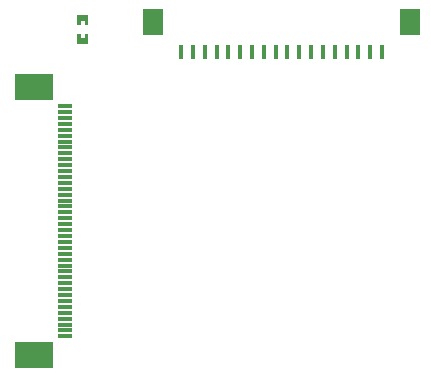
<source format=gtp>
G04 Layer: TopPasteMaskLayer*
G04 EasyEDA v6.5.42, 2024-06-06 15:11:34*
G04 747d3a1ba2664cf59a20e4d60a0d89bc,449d0d4cb6024136a387a2ed91670e05,10*
G04 Gerber Generator version 0.2*
G04 Scale: 100 percent, Rotated: No, Reflected: No *
G04 Dimensions in millimeters *
G04 leading zeros omitted , absolute positions ,4 integer and 5 decimal *
%FSLAX45Y45*%
%MOMM*%

%AMMACRO1*21,1,$1,$2,0,0,$3*%
%ADD10R,1.8000X2.2000*%
%ADD11R,0.3000X1.2500*%
%ADD12R,1.2000X0.3000*%
%ADD13MACRO1,2.2022X3.2995X90.0000*%

%LPD*%
G36*
X943000Y3998976D02*
G01*
X937971Y3993946D01*
X937971Y3913987D01*
X943000Y3908958D01*
X965809Y3908958D01*
X965809Y3945991D01*
X998778Y3945991D01*
X998778Y3908958D01*
X1023010Y3908958D01*
X1027988Y3913987D01*
X1027988Y3993946D01*
X1023010Y3998976D01*
G37*
G36*
X943000Y3838956D02*
G01*
X937971Y3833977D01*
X937971Y3754983D01*
X943000Y3749954D01*
X1023010Y3749954D01*
X1027988Y3754983D01*
X1027988Y3833977D01*
X1023010Y3838956D01*
X998778Y3838956D01*
X998778Y3800957D01*
X965809Y3800957D01*
X965809Y3838956D01*
G37*
D10*
G01*
X3756990Y3936263D03*
G01*
X1577009Y3936263D03*
D11*
G01*
X3517011Y3683736D03*
G01*
X3417011Y3683736D03*
G01*
X3317011Y3683736D03*
G01*
X3217011Y3683736D03*
G01*
X3117011Y3683736D03*
G01*
X3017011Y3683736D03*
G01*
X2917012Y3683736D03*
G01*
X2817012Y3683736D03*
G01*
X2717012Y3683736D03*
G01*
X2617012Y3683736D03*
G01*
X2517013Y3683736D03*
G01*
X2416987Y3683736D03*
G01*
X2316988Y3683736D03*
G01*
X2216988Y3683736D03*
G01*
X2116988Y3683736D03*
G01*
X2016988Y3683736D03*
G01*
X1917014Y3683736D03*
G01*
X1817014Y3683736D03*
D12*
G01*
X831824Y3225088D03*
G01*
X831824Y3175177D03*
G01*
X831824Y3125266D03*
G01*
X831824Y3075228D03*
G01*
X831824Y3025190D03*
G01*
X831824Y2975152D03*
G01*
X831824Y2925114D03*
G01*
X831824Y2875076D03*
G01*
X831824Y2825292D03*
G01*
X831824Y2775254D03*
G01*
X831824Y2725216D03*
G01*
X831824Y2675178D03*
G01*
X831824Y2625140D03*
G01*
X831824Y2575102D03*
G01*
X831824Y2525191D03*
G01*
X831824Y2475280D03*
G01*
X831824Y2425242D03*
G01*
X831824Y2375204D03*
G01*
X831824Y2325166D03*
G01*
X831824Y2275128D03*
G01*
X831824Y2225090D03*
G01*
X831824Y2175179D03*
G01*
X831824Y2125268D03*
G01*
X831824Y2075230D03*
G01*
X831824Y2025192D03*
G01*
X831824Y1975154D03*
G01*
X831824Y1925116D03*
G01*
X831824Y1875078D03*
G01*
X831824Y1825294D03*
G01*
X831824Y1775256D03*
G01*
X831824Y1725218D03*
G01*
X831824Y1675180D03*
G01*
X831824Y1625142D03*
G01*
X831824Y1575104D03*
G01*
X831824Y1525193D03*
G01*
X831824Y1475282D03*
G01*
X831824Y1425244D03*
G01*
X831824Y1375206D03*
G01*
X831824Y1325168D03*
G01*
X831824Y1275156D03*
D13*
G01*
X568248Y3385007D03*
G01*
X568223Y1114983D03*
M02*

</source>
